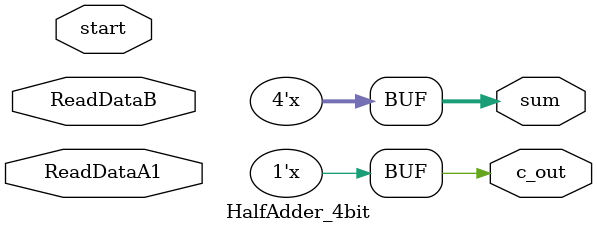
<source format=v>
`timescale 1ns / 1ps


module HalfAdder_4bit(
    ReadDataA1, ReadDataB, start,
    sum, c_out
);

input [3:0] ReadDataA1; //4bitÀÇ readÇÒ µ¥ÀÌÅÍ
input [7:4] ReadDataB; //4bitÀÇ readÇÒ µ¥ÀÌÅÍ
input start; //1bitÀÇ input
output reg [3:0] sum; //µ¡¼À °á°ú
output reg c_out; //µ¡¼À ÀÚ¸® ¿Ã¸²
reg [4:0] temp; //µ¡¼À ÈÄ sum°ú c_outÀ» ±¸ºÐÇÏ±â À§ÇÑ ÀÓ½Ã reg

initial begin //ÃÊ±âÈ­
    sum = 4'b0000;
    c_out = 1'b0;
end

always @(*) begin
    if(start==1) begin //start ½ÅÈ£°¡ µé¾î¿Ã ¶§
        temp <= ReadDataA1 + ReadDataB; //µ¡¼À
        sum <= temp[3:0]; //°á°ú ÀúÀå
        c_out <= temp[4]; //°á°ú ÀúÀå
    end
    else begin //start ½ÅÈ£°¡ µé¾î¿ÀÁö ¾ÊÀ» ¶§
        sum <= sum;
        c_out <= c_out;
    end
end

endmodule

</source>
